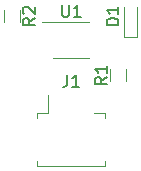
<source format=gbr>
G04 #@! TF.FileFunction,Legend,Top*
%FSLAX46Y46*%
G04 Gerber Fmt 4.6, Leading zero omitted, Abs format (unit mm)*
G04 Created by KiCad (PCBNEW 4.0.7) date Sun Mar  4 16:18:10 2018*
%MOMM*%
%LPD*%
G01*
G04 APERTURE LIST*
%ADD10C,0.100000*%
%ADD11C,0.120000*%
%ADD12C,0.150000*%
G04 APERTURE END LIST*
D10*
D11*
X154450000Y-85800000D02*
X155550000Y-85800000D01*
X155550000Y-85800000D02*
X155550000Y-83200000D01*
X154450000Y-85800000D02*
X154450000Y-83200000D01*
X151950000Y-92200000D02*
X152900000Y-92200000D01*
X152900000Y-92200000D02*
X152900000Y-92600000D01*
X148050000Y-92200000D02*
X147100000Y-92200000D01*
X147100000Y-92200000D02*
X147100000Y-92600000D01*
X152900000Y-96300000D02*
X152900000Y-96700000D01*
X152900000Y-96700000D02*
X150000000Y-96700000D01*
X147100000Y-96300000D02*
X147100000Y-96700000D01*
X147100000Y-96700000D02*
X150000000Y-96700000D01*
X148050000Y-92200000D02*
X148050000Y-90700000D01*
X154680000Y-88500000D02*
X154680000Y-89500000D01*
X153320000Y-89500000D02*
X153320000Y-88500000D01*
X144320000Y-84500000D02*
X144320000Y-83500000D01*
X145680000Y-83500000D02*
X145680000Y-84500000D01*
X151500000Y-87500000D02*
X148500000Y-87500000D01*
X151500000Y-84500000D02*
X147500000Y-84500000D01*
D12*
X154002381Y-84738095D02*
X153002381Y-84738095D01*
X153002381Y-84500000D01*
X153050000Y-84357142D01*
X153145238Y-84261904D01*
X153240476Y-84214285D01*
X153430952Y-84166666D01*
X153573810Y-84166666D01*
X153764286Y-84214285D01*
X153859524Y-84261904D01*
X153954762Y-84357142D01*
X154002381Y-84500000D01*
X154002381Y-84738095D01*
X154002381Y-83214285D02*
X154002381Y-83785714D01*
X154002381Y-83500000D02*
X153002381Y-83500000D01*
X153145238Y-83595238D01*
X153240476Y-83690476D01*
X153288095Y-83785714D01*
X149666667Y-88952381D02*
X149666667Y-89666667D01*
X149619047Y-89809524D01*
X149523809Y-89904762D01*
X149380952Y-89952381D01*
X149285714Y-89952381D01*
X150666667Y-89952381D02*
X150095238Y-89952381D01*
X150380952Y-89952381D02*
X150380952Y-88952381D01*
X150285714Y-89095238D01*
X150190476Y-89190476D01*
X150095238Y-89238095D01*
X153002381Y-89166666D02*
X152526190Y-89500000D01*
X153002381Y-89738095D02*
X152002381Y-89738095D01*
X152002381Y-89357142D01*
X152050000Y-89261904D01*
X152097619Y-89214285D01*
X152192857Y-89166666D01*
X152335714Y-89166666D01*
X152430952Y-89214285D01*
X152478571Y-89261904D01*
X152526190Y-89357142D01*
X152526190Y-89738095D01*
X153002381Y-88214285D02*
X153002381Y-88785714D01*
X153002381Y-88500000D02*
X152002381Y-88500000D01*
X152145238Y-88595238D01*
X152240476Y-88690476D01*
X152288095Y-88785714D01*
X146902381Y-84166666D02*
X146426190Y-84500000D01*
X146902381Y-84738095D02*
X145902381Y-84738095D01*
X145902381Y-84357142D01*
X145950000Y-84261904D01*
X145997619Y-84214285D01*
X146092857Y-84166666D01*
X146235714Y-84166666D01*
X146330952Y-84214285D01*
X146378571Y-84261904D01*
X146426190Y-84357142D01*
X146426190Y-84738095D01*
X145997619Y-83785714D02*
X145950000Y-83738095D01*
X145902381Y-83642857D01*
X145902381Y-83404761D01*
X145950000Y-83309523D01*
X145997619Y-83261904D01*
X146092857Y-83214285D01*
X146188095Y-83214285D01*
X146330952Y-83261904D01*
X146902381Y-83833333D01*
X146902381Y-83214285D01*
X149238095Y-83052381D02*
X149238095Y-83861905D01*
X149285714Y-83957143D01*
X149333333Y-84004762D01*
X149428571Y-84052381D01*
X149619048Y-84052381D01*
X149714286Y-84004762D01*
X149761905Y-83957143D01*
X149809524Y-83861905D01*
X149809524Y-83052381D01*
X150809524Y-84052381D02*
X150238095Y-84052381D01*
X150523809Y-84052381D02*
X150523809Y-83052381D01*
X150428571Y-83195238D01*
X150333333Y-83290476D01*
X150238095Y-83338095D01*
M02*

</source>
